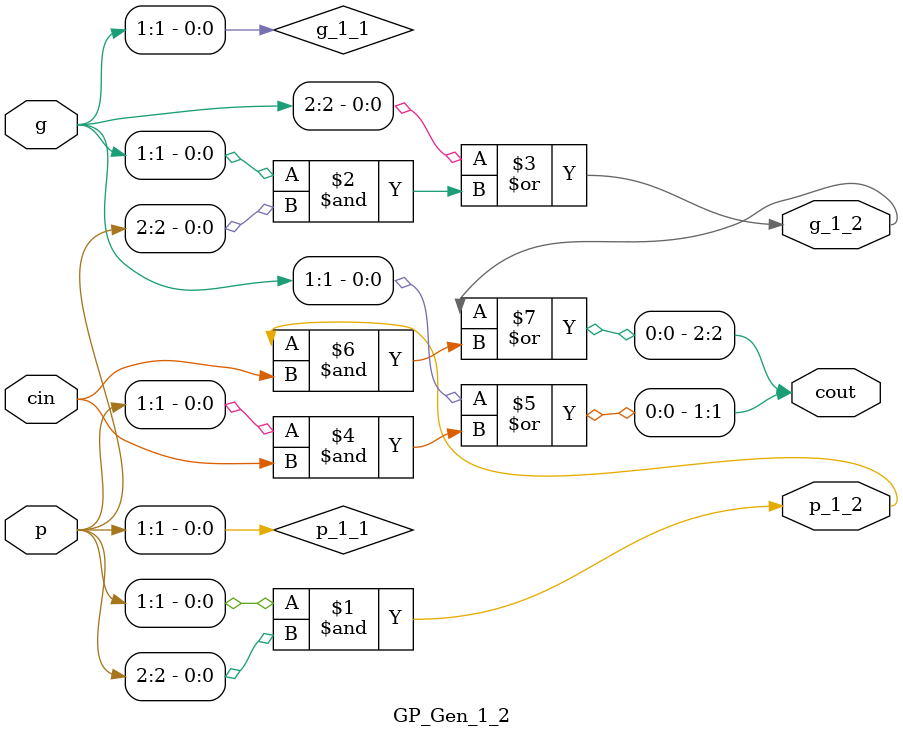
<source format=v>
module GP_Gen_1_2 #(
    parameter width=2
)(
    input wire [width:1] p,
    input wire [width:1] g,
    input wire cin,
    output wire [width:1] cout,
    output wire p_1_2,
    output wire g_1_2
);

    wire g_1_1;
    wire p_1_1;
    assign p_1_1 = p[1];
    assign g_1_1 = g[1];
    assign p_1_2 = p[1]&p[2];
    assign g_1_2 = g[2]|(g[1]&p[2]);
    assign cout[1] = g_1_1 | (p_1_1 & cin);
    assign cout[2] = g_1_2 | (p_1_2 & cin);
endmodule

</source>
